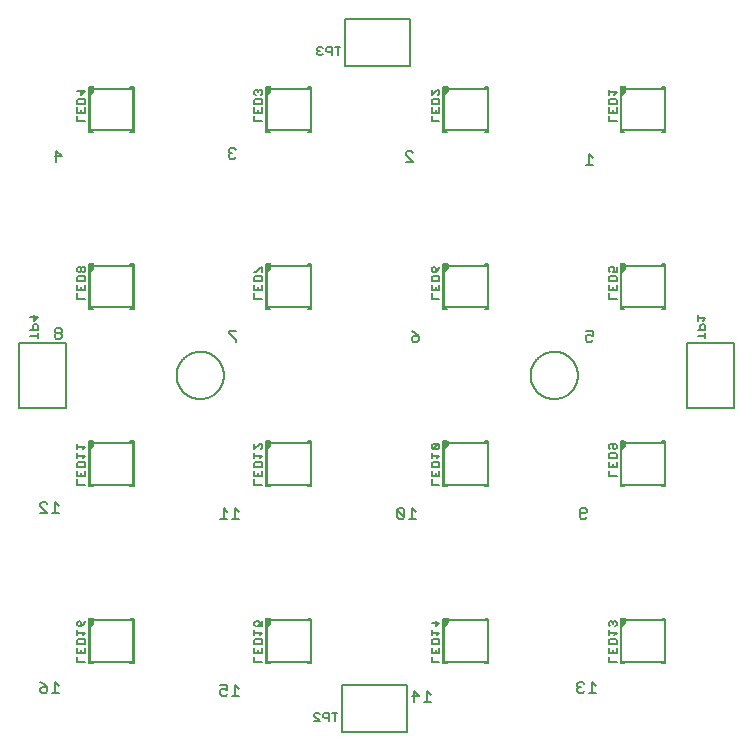
<source format=gbr>
G04 EAGLE Gerber RS-274X export*
G75*
%MOMM*%
%FSLAX34Y34*%
%LPD*%
%INSilkscreen Bottom*%
%IPPOS*%
%AMOC8*
5,1,8,0,0,1.08239X$1,22.5*%
G01*
%ADD10C,0.127000*%
%ADD11C,0.203200*%
%ADD12C,0.152400*%

G36*
X-243943Y235809D02*
X-243943Y235809D01*
X-243919Y235809D01*
X-243837Y235843D01*
X-243752Y235870D01*
X-243731Y235886D01*
X-243712Y235894D01*
X-243674Y235928D01*
X-243602Y235982D01*
X-239792Y239792D01*
X-239767Y239826D01*
X-239736Y239855D01*
X-239713Y239900D01*
X-239689Y239929D01*
X-239683Y239948D01*
X-239663Y239976D01*
X-239653Y240017D01*
X-239633Y240055D01*
X-239623Y240125D01*
X-239617Y240142D01*
X-239618Y240154D01*
X-239608Y240193D01*
X-239610Y240214D01*
X-239606Y240240D01*
X-239606Y244050D01*
X-239617Y244115D01*
X-239619Y244181D01*
X-239637Y244224D01*
X-239645Y244271D01*
X-239679Y244328D01*
X-239704Y244388D01*
X-239735Y244423D01*
X-239760Y244464D01*
X-239811Y244506D01*
X-239855Y244554D01*
X-239897Y244576D01*
X-239934Y244605D01*
X-239996Y244626D01*
X-240055Y244657D01*
X-240109Y244665D01*
X-240146Y244677D01*
X-240186Y244676D01*
X-240240Y244684D01*
X-244050Y244684D01*
X-244115Y244673D01*
X-244181Y244671D01*
X-244224Y244653D01*
X-244271Y244645D01*
X-244328Y244611D01*
X-244388Y244586D01*
X-244423Y244555D01*
X-244464Y244530D01*
X-244506Y244479D01*
X-244554Y244435D01*
X-244576Y244393D01*
X-244605Y244356D01*
X-244626Y244294D01*
X-244657Y244235D01*
X-244665Y244181D01*
X-244677Y244144D01*
X-244677Y244135D01*
X-244676Y244103D01*
X-244684Y244050D01*
X-244684Y236430D01*
X-244668Y236342D01*
X-244659Y236254D01*
X-244649Y236233D01*
X-244645Y236209D01*
X-244599Y236132D01*
X-244560Y236053D01*
X-244543Y236036D01*
X-244530Y236016D01*
X-244461Y235960D01*
X-244397Y235899D01*
X-244375Y235890D01*
X-244356Y235875D01*
X-244272Y235846D01*
X-244190Y235811D01*
X-244166Y235810D01*
X-244144Y235803D01*
X-244055Y235805D01*
X-243966Y235801D01*
X-243943Y235809D01*
G37*
G36*
X-93943Y235809D02*
X-93943Y235809D01*
X-93919Y235809D01*
X-93837Y235843D01*
X-93752Y235870D01*
X-93731Y235886D01*
X-93712Y235894D01*
X-93674Y235928D01*
X-93602Y235982D01*
X-89792Y239792D01*
X-89767Y239826D01*
X-89736Y239855D01*
X-89713Y239900D01*
X-89689Y239929D01*
X-89683Y239948D01*
X-89663Y239976D01*
X-89653Y240017D01*
X-89633Y240055D01*
X-89623Y240125D01*
X-89617Y240142D01*
X-89618Y240154D01*
X-89608Y240193D01*
X-89610Y240214D01*
X-89606Y240240D01*
X-89606Y244050D01*
X-89617Y244115D01*
X-89619Y244181D01*
X-89637Y244224D01*
X-89645Y244271D01*
X-89679Y244328D01*
X-89704Y244388D01*
X-89735Y244423D01*
X-89760Y244464D01*
X-89811Y244506D01*
X-89855Y244554D01*
X-89897Y244576D01*
X-89934Y244605D01*
X-89996Y244626D01*
X-90055Y244657D01*
X-90109Y244665D01*
X-90146Y244677D01*
X-90186Y244676D01*
X-90240Y244684D01*
X-94050Y244684D01*
X-94115Y244673D01*
X-94181Y244671D01*
X-94224Y244653D01*
X-94271Y244645D01*
X-94328Y244611D01*
X-94388Y244586D01*
X-94423Y244555D01*
X-94464Y244530D01*
X-94506Y244479D01*
X-94554Y244435D01*
X-94576Y244393D01*
X-94605Y244356D01*
X-94626Y244294D01*
X-94657Y244235D01*
X-94665Y244181D01*
X-94677Y244144D01*
X-94677Y244135D01*
X-94676Y244103D01*
X-94684Y244050D01*
X-94684Y236430D01*
X-94668Y236342D01*
X-94659Y236254D01*
X-94649Y236233D01*
X-94645Y236209D01*
X-94599Y236132D01*
X-94560Y236053D01*
X-94543Y236036D01*
X-94530Y236016D01*
X-94461Y235960D01*
X-94397Y235899D01*
X-94375Y235890D01*
X-94356Y235875D01*
X-94272Y235846D01*
X-94190Y235811D01*
X-94166Y235810D01*
X-94144Y235803D01*
X-94055Y235805D01*
X-93966Y235801D01*
X-93943Y235809D01*
G37*
G36*
X56057Y235809D02*
X56057Y235809D01*
X56081Y235809D01*
X56163Y235843D01*
X56248Y235870D01*
X56269Y235886D01*
X56288Y235894D01*
X56326Y235928D01*
X56398Y235982D01*
X60208Y239792D01*
X60233Y239826D01*
X60264Y239855D01*
X60287Y239900D01*
X60311Y239929D01*
X60317Y239948D01*
X60337Y239976D01*
X60347Y240017D01*
X60367Y240055D01*
X60377Y240125D01*
X60383Y240142D01*
X60382Y240154D01*
X60393Y240193D01*
X60390Y240214D01*
X60394Y240240D01*
X60394Y244050D01*
X60383Y244115D01*
X60381Y244181D01*
X60363Y244224D01*
X60355Y244271D01*
X60321Y244328D01*
X60296Y244388D01*
X60265Y244423D01*
X60240Y244464D01*
X60189Y244506D01*
X60145Y244554D01*
X60103Y244576D01*
X60066Y244605D01*
X60004Y244626D01*
X59945Y244657D01*
X59891Y244665D01*
X59854Y244677D01*
X59814Y244676D01*
X59760Y244684D01*
X55950Y244684D01*
X55885Y244673D01*
X55819Y244671D01*
X55776Y244653D01*
X55729Y244645D01*
X55672Y244611D01*
X55612Y244586D01*
X55577Y244555D01*
X55536Y244530D01*
X55495Y244479D01*
X55446Y244435D01*
X55424Y244393D01*
X55395Y244356D01*
X55374Y244294D01*
X55343Y244235D01*
X55335Y244181D01*
X55323Y244144D01*
X55323Y244135D01*
X55324Y244103D01*
X55316Y244050D01*
X55316Y236430D01*
X55332Y236342D01*
X55341Y236254D01*
X55351Y236233D01*
X55355Y236209D01*
X55401Y236132D01*
X55440Y236053D01*
X55457Y236036D01*
X55470Y236016D01*
X55539Y235960D01*
X55603Y235899D01*
X55625Y235890D01*
X55644Y235875D01*
X55728Y235846D01*
X55810Y235811D01*
X55834Y235810D01*
X55856Y235803D01*
X55945Y235805D01*
X56034Y235801D01*
X56057Y235809D01*
G37*
G36*
X206057Y235809D02*
X206057Y235809D01*
X206081Y235809D01*
X206163Y235843D01*
X206248Y235870D01*
X206269Y235886D01*
X206288Y235894D01*
X206326Y235928D01*
X206398Y235982D01*
X210208Y239792D01*
X210233Y239826D01*
X210264Y239855D01*
X210287Y239900D01*
X210311Y239929D01*
X210317Y239948D01*
X210337Y239976D01*
X210347Y240017D01*
X210367Y240055D01*
X210377Y240125D01*
X210383Y240142D01*
X210382Y240154D01*
X210393Y240193D01*
X210390Y240214D01*
X210394Y240240D01*
X210394Y244050D01*
X210383Y244115D01*
X210381Y244181D01*
X210363Y244224D01*
X210355Y244271D01*
X210321Y244328D01*
X210296Y244388D01*
X210265Y244423D01*
X210240Y244464D01*
X210189Y244506D01*
X210145Y244554D01*
X210103Y244576D01*
X210066Y244605D01*
X210004Y244626D01*
X209945Y244657D01*
X209891Y244665D01*
X209854Y244677D01*
X209814Y244676D01*
X209760Y244684D01*
X205950Y244684D01*
X205885Y244673D01*
X205819Y244671D01*
X205776Y244653D01*
X205729Y244645D01*
X205672Y244611D01*
X205612Y244586D01*
X205577Y244555D01*
X205536Y244530D01*
X205495Y244479D01*
X205446Y244435D01*
X205424Y244393D01*
X205395Y244356D01*
X205374Y244294D01*
X205343Y244235D01*
X205335Y244181D01*
X205323Y244144D01*
X205323Y244135D01*
X205324Y244103D01*
X205316Y244050D01*
X205316Y236430D01*
X205332Y236342D01*
X205341Y236254D01*
X205351Y236233D01*
X205355Y236209D01*
X205401Y236132D01*
X205440Y236053D01*
X205457Y236036D01*
X205470Y236016D01*
X205539Y235960D01*
X205603Y235899D01*
X205625Y235890D01*
X205644Y235875D01*
X205728Y235846D01*
X205810Y235811D01*
X205834Y235810D01*
X205856Y235803D01*
X205945Y235805D01*
X206034Y235801D01*
X206057Y235809D01*
G37*
G36*
X-243943Y85809D02*
X-243943Y85809D01*
X-243919Y85809D01*
X-243837Y85843D01*
X-243752Y85870D01*
X-243731Y85886D01*
X-243712Y85894D01*
X-243674Y85928D01*
X-243602Y85982D01*
X-239792Y89792D01*
X-239767Y89826D01*
X-239736Y89855D01*
X-239713Y89900D01*
X-239689Y89929D01*
X-239683Y89948D01*
X-239663Y89976D01*
X-239653Y90017D01*
X-239633Y90055D01*
X-239623Y90125D01*
X-239617Y90142D01*
X-239618Y90154D01*
X-239608Y90193D01*
X-239610Y90214D01*
X-239606Y90240D01*
X-239606Y94050D01*
X-239617Y94115D01*
X-239619Y94181D01*
X-239637Y94224D01*
X-239645Y94271D01*
X-239679Y94328D01*
X-239704Y94388D01*
X-239735Y94423D01*
X-239760Y94464D01*
X-239811Y94506D01*
X-239855Y94554D01*
X-239897Y94576D01*
X-239934Y94605D01*
X-239996Y94626D01*
X-240055Y94657D01*
X-240109Y94665D01*
X-240146Y94677D01*
X-240186Y94676D01*
X-240240Y94684D01*
X-244050Y94684D01*
X-244115Y94673D01*
X-244181Y94671D01*
X-244224Y94653D01*
X-244271Y94645D01*
X-244328Y94611D01*
X-244388Y94586D01*
X-244423Y94555D01*
X-244464Y94530D01*
X-244506Y94479D01*
X-244554Y94435D01*
X-244576Y94393D01*
X-244605Y94356D01*
X-244626Y94294D01*
X-244657Y94235D01*
X-244665Y94181D01*
X-244677Y94144D01*
X-244677Y94135D01*
X-244676Y94103D01*
X-244684Y94050D01*
X-244684Y86430D01*
X-244668Y86342D01*
X-244659Y86254D01*
X-244649Y86233D01*
X-244645Y86209D01*
X-244599Y86132D01*
X-244560Y86053D01*
X-244543Y86036D01*
X-244530Y86016D01*
X-244461Y85960D01*
X-244397Y85899D01*
X-244375Y85890D01*
X-244356Y85875D01*
X-244272Y85846D01*
X-244190Y85811D01*
X-244166Y85810D01*
X-244144Y85803D01*
X-244055Y85805D01*
X-243966Y85801D01*
X-243943Y85809D01*
G37*
G36*
X206057Y85809D02*
X206057Y85809D01*
X206081Y85809D01*
X206163Y85843D01*
X206248Y85870D01*
X206269Y85886D01*
X206288Y85894D01*
X206326Y85928D01*
X206398Y85982D01*
X210208Y89792D01*
X210233Y89826D01*
X210264Y89855D01*
X210287Y89900D01*
X210311Y89929D01*
X210317Y89948D01*
X210337Y89976D01*
X210347Y90017D01*
X210367Y90055D01*
X210377Y90125D01*
X210383Y90142D01*
X210382Y90154D01*
X210393Y90193D01*
X210390Y90214D01*
X210394Y90240D01*
X210394Y94050D01*
X210383Y94115D01*
X210381Y94181D01*
X210363Y94224D01*
X210355Y94271D01*
X210321Y94328D01*
X210296Y94388D01*
X210265Y94423D01*
X210240Y94464D01*
X210189Y94506D01*
X210145Y94554D01*
X210103Y94576D01*
X210066Y94605D01*
X210004Y94626D01*
X209945Y94657D01*
X209891Y94665D01*
X209854Y94677D01*
X209814Y94676D01*
X209760Y94684D01*
X205950Y94684D01*
X205885Y94673D01*
X205819Y94671D01*
X205776Y94653D01*
X205729Y94645D01*
X205672Y94611D01*
X205612Y94586D01*
X205577Y94555D01*
X205536Y94530D01*
X205495Y94479D01*
X205446Y94435D01*
X205424Y94393D01*
X205395Y94356D01*
X205374Y94294D01*
X205343Y94235D01*
X205335Y94181D01*
X205323Y94144D01*
X205323Y94135D01*
X205324Y94103D01*
X205316Y94050D01*
X205316Y86430D01*
X205332Y86342D01*
X205341Y86254D01*
X205351Y86233D01*
X205355Y86209D01*
X205401Y86132D01*
X205440Y86053D01*
X205457Y86036D01*
X205470Y86016D01*
X205539Y85960D01*
X205603Y85899D01*
X205625Y85890D01*
X205644Y85875D01*
X205728Y85846D01*
X205810Y85811D01*
X205834Y85810D01*
X205856Y85803D01*
X205945Y85805D01*
X206034Y85801D01*
X206057Y85809D01*
G37*
G36*
X56057Y85809D02*
X56057Y85809D01*
X56081Y85809D01*
X56163Y85843D01*
X56248Y85870D01*
X56269Y85886D01*
X56288Y85894D01*
X56326Y85928D01*
X56398Y85982D01*
X60208Y89792D01*
X60233Y89826D01*
X60264Y89855D01*
X60287Y89900D01*
X60311Y89929D01*
X60317Y89948D01*
X60337Y89976D01*
X60347Y90017D01*
X60367Y90055D01*
X60377Y90125D01*
X60383Y90142D01*
X60382Y90154D01*
X60393Y90193D01*
X60390Y90214D01*
X60394Y90240D01*
X60394Y94050D01*
X60383Y94115D01*
X60381Y94181D01*
X60363Y94224D01*
X60355Y94271D01*
X60321Y94328D01*
X60296Y94388D01*
X60265Y94423D01*
X60240Y94464D01*
X60189Y94506D01*
X60145Y94554D01*
X60103Y94576D01*
X60066Y94605D01*
X60004Y94626D01*
X59945Y94657D01*
X59891Y94665D01*
X59854Y94677D01*
X59814Y94676D01*
X59760Y94684D01*
X55950Y94684D01*
X55885Y94673D01*
X55819Y94671D01*
X55776Y94653D01*
X55729Y94645D01*
X55672Y94611D01*
X55612Y94586D01*
X55577Y94555D01*
X55536Y94530D01*
X55495Y94479D01*
X55446Y94435D01*
X55424Y94393D01*
X55395Y94356D01*
X55374Y94294D01*
X55343Y94235D01*
X55335Y94181D01*
X55323Y94144D01*
X55323Y94135D01*
X55324Y94103D01*
X55316Y94050D01*
X55316Y86430D01*
X55332Y86342D01*
X55341Y86254D01*
X55351Y86233D01*
X55355Y86209D01*
X55401Y86132D01*
X55440Y86053D01*
X55457Y86036D01*
X55470Y86016D01*
X55539Y85960D01*
X55603Y85899D01*
X55625Y85890D01*
X55644Y85875D01*
X55728Y85846D01*
X55810Y85811D01*
X55834Y85810D01*
X55856Y85803D01*
X55945Y85805D01*
X56034Y85801D01*
X56057Y85809D01*
G37*
G36*
X-93943Y85809D02*
X-93943Y85809D01*
X-93919Y85809D01*
X-93837Y85843D01*
X-93752Y85870D01*
X-93731Y85886D01*
X-93712Y85894D01*
X-93674Y85928D01*
X-93602Y85982D01*
X-89792Y89792D01*
X-89767Y89826D01*
X-89736Y89855D01*
X-89713Y89900D01*
X-89689Y89929D01*
X-89683Y89948D01*
X-89663Y89976D01*
X-89653Y90017D01*
X-89633Y90055D01*
X-89623Y90125D01*
X-89617Y90142D01*
X-89618Y90154D01*
X-89608Y90193D01*
X-89610Y90214D01*
X-89606Y90240D01*
X-89606Y94050D01*
X-89617Y94115D01*
X-89619Y94181D01*
X-89637Y94224D01*
X-89645Y94271D01*
X-89679Y94328D01*
X-89704Y94388D01*
X-89735Y94423D01*
X-89760Y94464D01*
X-89811Y94506D01*
X-89855Y94554D01*
X-89897Y94576D01*
X-89934Y94605D01*
X-89996Y94626D01*
X-90055Y94657D01*
X-90109Y94665D01*
X-90146Y94677D01*
X-90186Y94676D01*
X-90240Y94684D01*
X-94050Y94684D01*
X-94115Y94673D01*
X-94181Y94671D01*
X-94224Y94653D01*
X-94271Y94645D01*
X-94328Y94611D01*
X-94388Y94586D01*
X-94423Y94555D01*
X-94464Y94530D01*
X-94506Y94479D01*
X-94554Y94435D01*
X-94576Y94393D01*
X-94605Y94356D01*
X-94626Y94294D01*
X-94657Y94235D01*
X-94665Y94181D01*
X-94677Y94144D01*
X-94677Y94135D01*
X-94676Y94103D01*
X-94684Y94050D01*
X-94684Y86430D01*
X-94668Y86342D01*
X-94659Y86254D01*
X-94649Y86233D01*
X-94645Y86209D01*
X-94599Y86132D01*
X-94560Y86053D01*
X-94543Y86036D01*
X-94530Y86016D01*
X-94461Y85960D01*
X-94397Y85899D01*
X-94375Y85890D01*
X-94356Y85875D01*
X-94272Y85846D01*
X-94190Y85811D01*
X-94166Y85810D01*
X-94144Y85803D01*
X-94055Y85805D01*
X-93966Y85801D01*
X-93943Y85809D01*
G37*
G36*
X-93943Y-64191D02*
X-93943Y-64191D01*
X-93919Y-64191D01*
X-93837Y-64157D01*
X-93752Y-64130D01*
X-93731Y-64114D01*
X-93712Y-64106D01*
X-93674Y-64072D01*
X-93602Y-64018D01*
X-89792Y-60208D01*
X-89767Y-60174D01*
X-89736Y-60145D01*
X-89713Y-60100D01*
X-89689Y-60071D01*
X-89683Y-60052D01*
X-89663Y-60024D01*
X-89653Y-59983D01*
X-89633Y-59945D01*
X-89623Y-59875D01*
X-89617Y-59858D01*
X-89618Y-59846D01*
X-89608Y-59807D01*
X-89610Y-59786D01*
X-89606Y-59760D01*
X-89606Y-55950D01*
X-89617Y-55885D01*
X-89619Y-55819D01*
X-89637Y-55776D01*
X-89645Y-55729D01*
X-89679Y-55672D01*
X-89704Y-55612D01*
X-89735Y-55577D01*
X-89760Y-55536D01*
X-89811Y-55495D01*
X-89855Y-55446D01*
X-89897Y-55424D01*
X-89934Y-55395D01*
X-89996Y-55374D01*
X-90055Y-55343D01*
X-90109Y-55335D01*
X-90146Y-55323D01*
X-90186Y-55324D01*
X-90240Y-55316D01*
X-94050Y-55316D01*
X-94115Y-55327D01*
X-94181Y-55329D01*
X-94224Y-55347D01*
X-94271Y-55355D01*
X-94328Y-55389D01*
X-94388Y-55414D01*
X-94423Y-55445D01*
X-94464Y-55470D01*
X-94506Y-55521D01*
X-94554Y-55565D01*
X-94576Y-55607D01*
X-94605Y-55644D01*
X-94626Y-55706D01*
X-94657Y-55765D01*
X-94665Y-55819D01*
X-94677Y-55856D01*
X-94677Y-55865D01*
X-94676Y-55897D01*
X-94684Y-55950D01*
X-94684Y-63570D01*
X-94668Y-63658D01*
X-94659Y-63746D01*
X-94649Y-63767D01*
X-94645Y-63791D01*
X-94599Y-63868D01*
X-94560Y-63947D01*
X-94543Y-63964D01*
X-94530Y-63984D01*
X-94461Y-64040D01*
X-94397Y-64101D01*
X-94375Y-64110D01*
X-94356Y-64125D01*
X-94272Y-64154D01*
X-94190Y-64189D01*
X-94166Y-64190D01*
X-94144Y-64197D01*
X-94055Y-64195D01*
X-93966Y-64199D01*
X-93943Y-64191D01*
G37*
G36*
X-243943Y-64191D02*
X-243943Y-64191D01*
X-243919Y-64191D01*
X-243837Y-64157D01*
X-243752Y-64130D01*
X-243731Y-64114D01*
X-243712Y-64106D01*
X-243674Y-64072D01*
X-243602Y-64018D01*
X-239792Y-60208D01*
X-239767Y-60174D01*
X-239736Y-60145D01*
X-239713Y-60100D01*
X-239689Y-60071D01*
X-239683Y-60052D01*
X-239663Y-60024D01*
X-239653Y-59983D01*
X-239633Y-59945D01*
X-239623Y-59875D01*
X-239617Y-59858D01*
X-239618Y-59846D01*
X-239608Y-59807D01*
X-239610Y-59786D01*
X-239606Y-59760D01*
X-239606Y-55950D01*
X-239617Y-55885D01*
X-239619Y-55819D01*
X-239637Y-55776D01*
X-239645Y-55729D01*
X-239679Y-55672D01*
X-239704Y-55612D01*
X-239735Y-55577D01*
X-239760Y-55536D01*
X-239811Y-55495D01*
X-239855Y-55446D01*
X-239897Y-55424D01*
X-239934Y-55395D01*
X-239996Y-55374D01*
X-240055Y-55343D01*
X-240109Y-55335D01*
X-240146Y-55323D01*
X-240186Y-55324D01*
X-240240Y-55316D01*
X-244050Y-55316D01*
X-244115Y-55327D01*
X-244181Y-55329D01*
X-244224Y-55347D01*
X-244271Y-55355D01*
X-244328Y-55389D01*
X-244388Y-55414D01*
X-244423Y-55445D01*
X-244464Y-55470D01*
X-244506Y-55521D01*
X-244554Y-55565D01*
X-244576Y-55607D01*
X-244605Y-55644D01*
X-244626Y-55706D01*
X-244657Y-55765D01*
X-244665Y-55819D01*
X-244677Y-55856D01*
X-244677Y-55865D01*
X-244676Y-55897D01*
X-244684Y-55950D01*
X-244684Y-63570D01*
X-244668Y-63658D01*
X-244659Y-63746D01*
X-244649Y-63767D01*
X-244645Y-63791D01*
X-244599Y-63868D01*
X-244560Y-63947D01*
X-244543Y-63964D01*
X-244530Y-63984D01*
X-244461Y-64040D01*
X-244397Y-64101D01*
X-244375Y-64110D01*
X-244356Y-64125D01*
X-244272Y-64154D01*
X-244190Y-64189D01*
X-244166Y-64190D01*
X-244144Y-64197D01*
X-244055Y-64195D01*
X-243966Y-64199D01*
X-243943Y-64191D01*
G37*
G36*
X206057Y-64191D02*
X206057Y-64191D01*
X206081Y-64191D01*
X206163Y-64157D01*
X206248Y-64130D01*
X206269Y-64114D01*
X206288Y-64106D01*
X206326Y-64072D01*
X206398Y-64018D01*
X210208Y-60208D01*
X210233Y-60174D01*
X210264Y-60145D01*
X210287Y-60100D01*
X210311Y-60071D01*
X210317Y-60052D01*
X210337Y-60024D01*
X210347Y-59983D01*
X210367Y-59945D01*
X210377Y-59875D01*
X210383Y-59858D01*
X210382Y-59846D01*
X210393Y-59807D01*
X210390Y-59786D01*
X210394Y-59760D01*
X210394Y-55950D01*
X210383Y-55885D01*
X210381Y-55819D01*
X210363Y-55776D01*
X210355Y-55729D01*
X210321Y-55672D01*
X210296Y-55612D01*
X210265Y-55577D01*
X210240Y-55536D01*
X210189Y-55495D01*
X210145Y-55446D01*
X210103Y-55424D01*
X210066Y-55395D01*
X210004Y-55374D01*
X209945Y-55343D01*
X209891Y-55335D01*
X209854Y-55323D01*
X209814Y-55324D01*
X209760Y-55316D01*
X205950Y-55316D01*
X205885Y-55327D01*
X205819Y-55329D01*
X205776Y-55347D01*
X205729Y-55355D01*
X205672Y-55389D01*
X205612Y-55414D01*
X205577Y-55445D01*
X205536Y-55470D01*
X205495Y-55521D01*
X205446Y-55565D01*
X205424Y-55607D01*
X205395Y-55644D01*
X205374Y-55706D01*
X205343Y-55765D01*
X205335Y-55819D01*
X205323Y-55856D01*
X205323Y-55865D01*
X205324Y-55897D01*
X205316Y-55950D01*
X205316Y-63570D01*
X205332Y-63658D01*
X205341Y-63746D01*
X205351Y-63767D01*
X205355Y-63791D01*
X205401Y-63868D01*
X205440Y-63947D01*
X205457Y-63964D01*
X205470Y-63984D01*
X205539Y-64040D01*
X205603Y-64101D01*
X205625Y-64110D01*
X205644Y-64125D01*
X205728Y-64154D01*
X205810Y-64189D01*
X205834Y-64190D01*
X205856Y-64197D01*
X205945Y-64195D01*
X206034Y-64199D01*
X206057Y-64191D01*
G37*
G36*
X56057Y-64191D02*
X56057Y-64191D01*
X56081Y-64191D01*
X56163Y-64157D01*
X56248Y-64130D01*
X56269Y-64114D01*
X56288Y-64106D01*
X56326Y-64072D01*
X56398Y-64018D01*
X60208Y-60208D01*
X60233Y-60174D01*
X60264Y-60145D01*
X60287Y-60100D01*
X60311Y-60071D01*
X60317Y-60052D01*
X60337Y-60024D01*
X60347Y-59983D01*
X60367Y-59945D01*
X60377Y-59875D01*
X60383Y-59858D01*
X60382Y-59846D01*
X60393Y-59807D01*
X60390Y-59786D01*
X60394Y-59760D01*
X60394Y-55950D01*
X60383Y-55885D01*
X60381Y-55819D01*
X60363Y-55776D01*
X60355Y-55729D01*
X60321Y-55672D01*
X60296Y-55612D01*
X60265Y-55577D01*
X60240Y-55536D01*
X60189Y-55495D01*
X60145Y-55446D01*
X60103Y-55424D01*
X60066Y-55395D01*
X60004Y-55374D01*
X59945Y-55343D01*
X59891Y-55335D01*
X59854Y-55323D01*
X59814Y-55324D01*
X59760Y-55316D01*
X55950Y-55316D01*
X55885Y-55327D01*
X55819Y-55329D01*
X55776Y-55347D01*
X55729Y-55355D01*
X55672Y-55389D01*
X55612Y-55414D01*
X55577Y-55445D01*
X55536Y-55470D01*
X55495Y-55521D01*
X55446Y-55565D01*
X55424Y-55607D01*
X55395Y-55644D01*
X55374Y-55706D01*
X55343Y-55765D01*
X55335Y-55819D01*
X55323Y-55856D01*
X55323Y-55865D01*
X55324Y-55897D01*
X55316Y-55950D01*
X55316Y-63570D01*
X55332Y-63658D01*
X55341Y-63746D01*
X55351Y-63767D01*
X55355Y-63791D01*
X55401Y-63868D01*
X55440Y-63947D01*
X55457Y-63964D01*
X55470Y-63984D01*
X55539Y-64040D01*
X55603Y-64101D01*
X55625Y-64110D01*
X55644Y-64125D01*
X55728Y-64154D01*
X55810Y-64189D01*
X55834Y-64190D01*
X55856Y-64197D01*
X55945Y-64195D01*
X56034Y-64199D01*
X56057Y-64191D01*
G37*
G36*
X-243943Y-214191D02*
X-243943Y-214191D01*
X-243919Y-214191D01*
X-243837Y-214157D01*
X-243752Y-214130D01*
X-243731Y-214114D01*
X-243712Y-214106D01*
X-243674Y-214072D01*
X-243602Y-214018D01*
X-239792Y-210208D01*
X-239767Y-210174D01*
X-239736Y-210145D01*
X-239713Y-210100D01*
X-239689Y-210071D01*
X-239683Y-210052D01*
X-239663Y-210024D01*
X-239653Y-209983D01*
X-239633Y-209945D01*
X-239623Y-209875D01*
X-239617Y-209858D01*
X-239618Y-209846D01*
X-239608Y-209807D01*
X-239610Y-209786D01*
X-239606Y-209760D01*
X-239606Y-205950D01*
X-239617Y-205885D01*
X-239619Y-205819D01*
X-239637Y-205776D01*
X-239645Y-205729D01*
X-239679Y-205672D01*
X-239704Y-205612D01*
X-239735Y-205577D01*
X-239760Y-205536D01*
X-239811Y-205495D01*
X-239855Y-205446D01*
X-239897Y-205424D01*
X-239934Y-205395D01*
X-239996Y-205374D01*
X-240055Y-205343D01*
X-240109Y-205335D01*
X-240146Y-205323D01*
X-240186Y-205324D01*
X-240240Y-205316D01*
X-244050Y-205316D01*
X-244115Y-205327D01*
X-244181Y-205329D01*
X-244224Y-205347D01*
X-244271Y-205355D01*
X-244328Y-205389D01*
X-244388Y-205414D01*
X-244423Y-205445D01*
X-244464Y-205470D01*
X-244506Y-205521D01*
X-244554Y-205565D01*
X-244576Y-205607D01*
X-244605Y-205644D01*
X-244626Y-205706D01*
X-244657Y-205765D01*
X-244665Y-205819D01*
X-244677Y-205856D01*
X-244677Y-205865D01*
X-244676Y-205897D01*
X-244684Y-205950D01*
X-244684Y-213570D01*
X-244668Y-213658D01*
X-244659Y-213746D01*
X-244649Y-213767D01*
X-244645Y-213791D01*
X-244599Y-213868D01*
X-244560Y-213947D01*
X-244543Y-213964D01*
X-244530Y-213984D01*
X-244461Y-214040D01*
X-244397Y-214101D01*
X-244375Y-214110D01*
X-244356Y-214125D01*
X-244272Y-214154D01*
X-244190Y-214189D01*
X-244166Y-214190D01*
X-244144Y-214197D01*
X-244055Y-214195D01*
X-243966Y-214199D01*
X-243943Y-214191D01*
G37*
G36*
X-93943Y-214191D02*
X-93943Y-214191D01*
X-93919Y-214191D01*
X-93837Y-214157D01*
X-93752Y-214130D01*
X-93731Y-214114D01*
X-93712Y-214106D01*
X-93674Y-214072D01*
X-93602Y-214018D01*
X-89792Y-210208D01*
X-89767Y-210174D01*
X-89736Y-210145D01*
X-89713Y-210100D01*
X-89689Y-210071D01*
X-89683Y-210052D01*
X-89663Y-210024D01*
X-89653Y-209983D01*
X-89633Y-209945D01*
X-89623Y-209875D01*
X-89617Y-209858D01*
X-89618Y-209846D01*
X-89608Y-209807D01*
X-89610Y-209786D01*
X-89606Y-209760D01*
X-89606Y-205950D01*
X-89617Y-205885D01*
X-89619Y-205819D01*
X-89637Y-205776D01*
X-89645Y-205729D01*
X-89679Y-205672D01*
X-89704Y-205612D01*
X-89735Y-205577D01*
X-89760Y-205536D01*
X-89811Y-205495D01*
X-89855Y-205446D01*
X-89897Y-205424D01*
X-89934Y-205395D01*
X-89996Y-205374D01*
X-90055Y-205343D01*
X-90109Y-205335D01*
X-90146Y-205323D01*
X-90186Y-205324D01*
X-90240Y-205316D01*
X-94050Y-205316D01*
X-94115Y-205327D01*
X-94181Y-205329D01*
X-94224Y-205347D01*
X-94271Y-205355D01*
X-94328Y-205389D01*
X-94388Y-205414D01*
X-94423Y-205445D01*
X-94464Y-205470D01*
X-94506Y-205521D01*
X-94554Y-205565D01*
X-94576Y-205607D01*
X-94605Y-205644D01*
X-94626Y-205706D01*
X-94657Y-205765D01*
X-94665Y-205819D01*
X-94677Y-205856D01*
X-94677Y-205865D01*
X-94676Y-205897D01*
X-94684Y-205950D01*
X-94684Y-213570D01*
X-94668Y-213658D01*
X-94659Y-213746D01*
X-94649Y-213767D01*
X-94645Y-213791D01*
X-94599Y-213868D01*
X-94560Y-213947D01*
X-94543Y-213964D01*
X-94530Y-213984D01*
X-94461Y-214040D01*
X-94397Y-214101D01*
X-94375Y-214110D01*
X-94356Y-214125D01*
X-94272Y-214154D01*
X-94190Y-214189D01*
X-94166Y-214190D01*
X-94144Y-214197D01*
X-94055Y-214195D01*
X-93966Y-214199D01*
X-93943Y-214191D01*
G37*
G36*
X56057Y-214191D02*
X56057Y-214191D01*
X56081Y-214191D01*
X56163Y-214157D01*
X56248Y-214130D01*
X56269Y-214114D01*
X56288Y-214106D01*
X56326Y-214072D01*
X56398Y-214018D01*
X60208Y-210208D01*
X60233Y-210174D01*
X60264Y-210145D01*
X60287Y-210100D01*
X60311Y-210071D01*
X60317Y-210052D01*
X60337Y-210024D01*
X60347Y-209983D01*
X60367Y-209945D01*
X60377Y-209875D01*
X60383Y-209858D01*
X60382Y-209846D01*
X60393Y-209807D01*
X60390Y-209786D01*
X60394Y-209760D01*
X60394Y-205950D01*
X60383Y-205885D01*
X60381Y-205819D01*
X60363Y-205776D01*
X60355Y-205729D01*
X60321Y-205672D01*
X60296Y-205612D01*
X60265Y-205577D01*
X60240Y-205536D01*
X60189Y-205495D01*
X60145Y-205446D01*
X60103Y-205424D01*
X60066Y-205395D01*
X60004Y-205374D01*
X59945Y-205343D01*
X59891Y-205335D01*
X59854Y-205323D01*
X59814Y-205324D01*
X59760Y-205316D01*
X55950Y-205316D01*
X55885Y-205327D01*
X55819Y-205329D01*
X55776Y-205347D01*
X55729Y-205355D01*
X55672Y-205389D01*
X55612Y-205414D01*
X55577Y-205445D01*
X55536Y-205470D01*
X55495Y-205521D01*
X55446Y-205565D01*
X55424Y-205607D01*
X55395Y-205644D01*
X55374Y-205706D01*
X55343Y-205765D01*
X55335Y-205819D01*
X55323Y-205856D01*
X55323Y-205865D01*
X55324Y-205897D01*
X55316Y-205950D01*
X55316Y-213570D01*
X55332Y-213658D01*
X55341Y-213746D01*
X55351Y-213767D01*
X55355Y-213791D01*
X55401Y-213868D01*
X55440Y-213947D01*
X55457Y-213964D01*
X55470Y-213984D01*
X55539Y-214040D01*
X55603Y-214101D01*
X55625Y-214110D01*
X55644Y-214125D01*
X55728Y-214154D01*
X55810Y-214189D01*
X55834Y-214190D01*
X55856Y-214197D01*
X55945Y-214195D01*
X56034Y-214199D01*
X56057Y-214191D01*
G37*
G36*
X206057Y-214191D02*
X206057Y-214191D01*
X206081Y-214191D01*
X206163Y-214157D01*
X206248Y-214130D01*
X206269Y-214114D01*
X206288Y-214106D01*
X206326Y-214072D01*
X206398Y-214018D01*
X210208Y-210208D01*
X210233Y-210174D01*
X210264Y-210145D01*
X210287Y-210100D01*
X210311Y-210071D01*
X210317Y-210052D01*
X210337Y-210024D01*
X210347Y-209983D01*
X210367Y-209945D01*
X210377Y-209875D01*
X210383Y-209858D01*
X210382Y-209846D01*
X210393Y-209807D01*
X210390Y-209786D01*
X210394Y-209760D01*
X210394Y-205950D01*
X210383Y-205885D01*
X210381Y-205819D01*
X210363Y-205776D01*
X210355Y-205729D01*
X210321Y-205672D01*
X210296Y-205612D01*
X210265Y-205577D01*
X210240Y-205536D01*
X210189Y-205495D01*
X210145Y-205446D01*
X210103Y-205424D01*
X210066Y-205395D01*
X210004Y-205374D01*
X209945Y-205343D01*
X209891Y-205335D01*
X209854Y-205323D01*
X209814Y-205324D01*
X209760Y-205316D01*
X205950Y-205316D01*
X205885Y-205327D01*
X205819Y-205329D01*
X205776Y-205347D01*
X205729Y-205355D01*
X205672Y-205389D01*
X205612Y-205414D01*
X205577Y-205445D01*
X205536Y-205470D01*
X205495Y-205521D01*
X205446Y-205565D01*
X205424Y-205607D01*
X205395Y-205644D01*
X205374Y-205706D01*
X205343Y-205765D01*
X205335Y-205819D01*
X205323Y-205856D01*
X205323Y-205865D01*
X205324Y-205897D01*
X205316Y-205950D01*
X205316Y-213570D01*
X205332Y-213658D01*
X205341Y-213746D01*
X205351Y-213767D01*
X205355Y-213791D01*
X205401Y-213868D01*
X205440Y-213947D01*
X205457Y-213964D01*
X205470Y-213984D01*
X205539Y-214040D01*
X205603Y-214101D01*
X205625Y-214110D01*
X205644Y-214125D01*
X205728Y-214154D01*
X205810Y-214189D01*
X205834Y-214190D01*
X205856Y-214197D01*
X205945Y-214195D01*
X206034Y-214199D01*
X206057Y-214191D01*
G37*
D10*
X182245Y184367D02*
X179279Y187333D01*
X179279Y178435D01*
X182245Y178435D02*
X176313Y178435D01*
X29845Y180975D02*
X23913Y180975D01*
X29845Y180975D02*
X23913Y186907D01*
X23913Y188390D01*
X25396Y189873D01*
X28362Y189873D01*
X29845Y188390D01*
X-120015Y190930D02*
X-121498Y192413D01*
X-124464Y192413D01*
X-125947Y190930D01*
X-125947Y189447D01*
X-124464Y187964D01*
X-122981Y187964D01*
X-124464Y187964D02*
X-125947Y186481D01*
X-125947Y184998D01*
X-124464Y183515D01*
X-121498Y183515D01*
X-120015Y184998D01*
X-271784Y180975D02*
X-271784Y189873D01*
X-267335Y185424D01*
X-273267Y185424D01*
X176313Y37473D02*
X182245Y37473D01*
X182245Y33024D01*
X179279Y34507D01*
X177796Y34507D01*
X176313Y33024D01*
X176313Y30058D01*
X177796Y28575D01*
X180762Y28575D01*
X182245Y30058D01*
X31959Y35990D02*
X28993Y37473D01*
X31959Y35990D02*
X34925Y33024D01*
X34925Y30058D01*
X33442Y28575D01*
X30476Y28575D01*
X28993Y30058D01*
X28993Y31541D01*
X30476Y33024D01*
X34925Y33024D01*
X-120015Y37473D02*
X-125947Y37473D01*
X-125947Y35990D01*
X-120015Y30058D01*
X-120015Y28575D01*
X-267335Y38530D02*
X-268818Y40013D01*
X-271784Y40013D01*
X-273267Y38530D01*
X-273267Y37047D01*
X-271784Y35564D01*
X-273267Y34081D01*
X-273267Y32598D01*
X-271784Y31115D01*
X-268818Y31115D01*
X-267335Y32598D01*
X-267335Y34081D01*
X-268818Y35564D01*
X-267335Y37047D01*
X-267335Y38530D01*
X-268818Y35564D02*
X-271784Y35564D01*
X175682Y-121285D02*
X177165Y-119802D01*
X175682Y-121285D02*
X172716Y-121285D01*
X171233Y-119802D01*
X171233Y-113870D01*
X172716Y-112387D01*
X175682Y-112387D01*
X177165Y-113870D01*
X177165Y-115353D01*
X175682Y-116836D01*
X171233Y-116836D01*
X32385Y-115353D02*
X29419Y-112387D01*
X29419Y-121285D01*
X32385Y-121285D02*
X26453Y-121285D01*
X23030Y-119802D02*
X23030Y-113870D01*
X21547Y-112387D01*
X18581Y-112387D01*
X17098Y-113870D01*
X17098Y-119802D01*
X18581Y-121285D01*
X21547Y-121285D01*
X23030Y-119802D01*
X17098Y-113870D01*
X-117475Y-115353D02*
X-120441Y-112387D01*
X-120441Y-121285D01*
X-117475Y-121285D02*
X-123407Y-121285D01*
X-126830Y-115353D02*
X-129796Y-112387D01*
X-129796Y-121285D01*
X-126830Y-121285D02*
X-132762Y-121285D01*
X-269875Y-110273D02*
X-272841Y-107307D01*
X-272841Y-116205D01*
X-269875Y-116205D02*
X-275807Y-116205D01*
X-279230Y-116205D02*
X-285162Y-116205D01*
X-279230Y-116205D02*
X-285162Y-110273D01*
X-285162Y-108790D01*
X-283679Y-107307D01*
X-280713Y-107307D01*
X-279230Y-108790D01*
X181819Y-259707D02*
X184785Y-262673D01*
X181819Y-259707D02*
X181819Y-268605D01*
X184785Y-268605D02*
X178853Y-268605D01*
X175430Y-261190D02*
X173947Y-259707D01*
X170981Y-259707D01*
X169498Y-261190D01*
X169498Y-262673D01*
X170981Y-264156D01*
X172464Y-264156D01*
X170981Y-264156D02*
X169498Y-265639D01*
X169498Y-267122D01*
X170981Y-268605D01*
X173947Y-268605D01*
X175430Y-267122D01*
X45085Y-270293D02*
X42119Y-267327D01*
X42119Y-276225D01*
X45085Y-276225D02*
X39153Y-276225D01*
X31281Y-276225D02*
X31281Y-267327D01*
X35730Y-271776D01*
X29798Y-271776D01*
X-117475Y-265213D02*
X-120441Y-262247D01*
X-120441Y-271145D01*
X-117475Y-271145D02*
X-123407Y-271145D01*
X-126830Y-262247D02*
X-132762Y-262247D01*
X-126830Y-262247D02*
X-126830Y-266696D01*
X-129796Y-265213D01*
X-131279Y-265213D01*
X-132762Y-266696D01*
X-132762Y-269662D01*
X-131279Y-271145D01*
X-128313Y-271145D01*
X-126830Y-269662D01*
X-269875Y-262673D02*
X-272841Y-259707D01*
X-272841Y-268605D01*
X-269875Y-268605D02*
X-275807Y-268605D01*
X-282196Y-261190D02*
X-285162Y-259707D01*
X-282196Y-261190D02*
X-279230Y-264156D01*
X-279230Y-267122D01*
X-280713Y-268605D01*
X-283679Y-268605D01*
X-285162Y-267122D01*
X-285162Y-265639D01*
X-283679Y-264156D01*
X-279230Y-264156D01*
D11*
X129860Y0D02*
X129866Y491D01*
X129884Y981D01*
X129914Y1471D01*
X129956Y1960D01*
X130010Y2448D01*
X130076Y2935D01*
X130154Y3419D01*
X130244Y3902D01*
X130346Y4382D01*
X130459Y4860D01*
X130584Y5334D01*
X130721Y5806D01*
X130869Y6274D01*
X131029Y6738D01*
X131200Y7198D01*
X131382Y7654D01*
X131576Y8105D01*
X131780Y8551D01*
X131996Y8992D01*
X132222Y9428D01*
X132458Y9858D01*
X132705Y10282D01*
X132963Y10700D01*
X133231Y11111D01*
X133508Y11516D01*
X133796Y11914D01*
X134093Y12305D01*
X134400Y12688D01*
X134716Y13063D01*
X135041Y13431D01*
X135375Y13791D01*
X135718Y14142D01*
X136069Y14485D01*
X136429Y14819D01*
X136797Y15144D01*
X137172Y15460D01*
X137555Y15767D01*
X137946Y16064D01*
X138344Y16352D01*
X138749Y16629D01*
X139160Y16897D01*
X139578Y17155D01*
X140002Y17402D01*
X140432Y17638D01*
X140868Y17864D01*
X141309Y18080D01*
X141755Y18284D01*
X142206Y18478D01*
X142662Y18660D01*
X143122Y18831D01*
X143586Y18991D01*
X144054Y19139D01*
X144526Y19276D01*
X145000Y19401D01*
X145478Y19514D01*
X145958Y19616D01*
X146441Y19706D01*
X146925Y19784D01*
X147412Y19850D01*
X147900Y19904D01*
X148389Y19946D01*
X148879Y19976D01*
X149369Y19994D01*
X149860Y20000D01*
X150351Y19994D01*
X150841Y19976D01*
X151331Y19946D01*
X151820Y19904D01*
X152308Y19850D01*
X152795Y19784D01*
X153279Y19706D01*
X153762Y19616D01*
X154242Y19514D01*
X154720Y19401D01*
X155194Y19276D01*
X155666Y19139D01*
X156134Y18991D01*
X156598Y18831D01*
X157058Y18660D01*
X157514Y18478D01*
X157965Y18284D01*
X158411Y18080D01*
X158852Y17864D01*
X159288Y17638D01*
X159718Y17402D01*
X160142Y17155D01*
X160560Y16897D01*
X160971Y16629D01*
X161376Y16352D01*
X161774Y16064D01*
X162165Y15767D01*
X162548Y15460D01*
X162923Y15144D01*
X163291Y14819D01*
X163651Y14485D01*
X164002Y14142D01*
X164345Y13791D01*
X164679Y13431D01*
X165004Y13063D01*
X165320Y12688D01*
X165627Y12305D01*
X165924Y11914D01*
X166212Y11516D01*
X166489Y11111D01*
X166757Y10700D01*
X167015Y10282D01*
X167262Y9858D01*
X167498Y9428D01*
X167724Y8992D01*
X167940Y8551D01*
X168144Y8105D01*
X168338Y7654D01*
X168520Y7198D01*
X168691Y6738D01*
X168851Y6274D01*
X168999Y5806D01*
X169136Y5334D01*
X169261Y4860D01*
X169374Y4382D01*
X169476Y3902D01*
X169566Y3419D01*
X169644Y2935D01*
X169710Y2448D01*
X169764Y1960D01*
X169806Y1471D01*
X169836Y981D01*
X169854Y491D01*
X169860Y0D01*
X169854Y-491D01*
X169836Y-981D01*
X169806Y-1471D01*
X169764Y-1960D01*
X169710Y-2448D01*
X169644Y-2935D01*
X169566Y-3419D01*
X169476Y-3902D01*
X169374Y-4382D01*
X169261Y-4860D01*
X169136Y-5334D01*
X168999Y-5806D01*
X168851Y-6274D01*
X168691Y-6738D01*
X168520Y-7198D01*
X168338Y-7654D01*
X168144Y-8105D01*
X167940Y-8551D01*
X167724Y-8992D01*
X167498Y-9428D01*
X167262Y-9858D01*
X167015Y-10282D01*
X166757Y-10700D01*
X166489Y-11111D01*
X166212Y-11516D01*
X165924Y-11914D01*
X165627Y-12305D01*
X165320Y-12688D01*
X165004Y-13063D01*
X164679Y-13431D01*
X164345Y-13791D01*
X164002Y-14142D01*
X163651Y-14485D01*
X163291Y-14819D01*
X162923Y-15144D01*
X162548Y-15460D01*
X162165Y-15767D01*
X161774Y-16064D01*
X161376Y-16352D01*
X160971Y-16629D01*
X160560Y-16897D01*
X160142Y-17155D01*
X159718Y-17402D01*
X159288Y-17638D01*
X158852Y-17864D01*
X158411Y-18080D01*
X157965Y-18284D01*
X157514Y-18478D01*
X157058Y-18660D01*
X156598Y-18831D01*
X156134Y-18991D01*
X155666Y-19139D01*
X155194Y-19276D01*
X154720Y-19401D01*
X154242Y-19514D01*
X153762Y-19616D01*
X153279Y-19706D01*
X152795Y-19784D01*
X152308Y-19850D01*
X151820Y-19904D01*
X151331Y-19946D01*
X150841Y-19976D01*
X150351Y-19994D01*
X149860Y-20000D01*
X149369Y-19994D01*
X148879Y-19976D01*
X148389Y-19946D01*
X147900Y-19904D01*
X147412Y-19850D01*
X146925Y-19784D01*
X146441Y-19706D01*
X145958Y-19616D01*
X145478Y-19514D01*
X145000Y-19401D01*
X144526Y-19276D01*
X144054Y-19139D01*
X143586Y-18991D01*
X143122Y-18831D01*
X142662Y-18660D01*
X142206Y-18478D01*
X141755Y-18284D01*
X141309Y-18080D01*
X140868Y-17864D01*
X140432Y-17638D01*
X140002Y-17402D01*
X139578Y-17155D01*
X139160Y-16897D01*
X138749Y-16629D01*
X138344Y-16352D01*
X137946Y-16064D01*
X137555Y-15767D01*
X137172Y-15460D01*
X136797Y-15144D01*
X136429Y-14819D01*
X136069Y-14485D01*
X135718Y-14142D01*
X135375Y-13791D01*
X135041Y-13431D01*
X134716Y-13063D01*
X134400Y-12688D01*
X134093Y-12305D01*
X133796Y-11914D01*
X133508Y-11516D01*
X133231Y-11111D01*
X132963Y-10700D01*
X132705Y-10282D01*
X132458Y-9858D01*
X132222Y-9428D01*
X131996Y-8992D01*
X131780Y-8551D01*
X131576Y-8105D01*
X131382Y-7654D01*
X131200Y-7198D01*
X131029Y-6738D01*
X130869Y-6274D01*
X130721Y-5806D01*
X130584Y-5334D01*
X130459Y-4860D01*
X130346Y-4382D01*
X130244Y-3902D01*
X130154Y-3419D01*
X130076Y-2935D01*
X130010Y-2448D01*
X129956Y-1960D01*
X129914Y-1471D01*
X129884Y-981D01*
X129866Y-491D01*
X129860Y0D01*
X-169860Y0D02*
X-169854Y491D01*
X-169836Y981D01*
X-169806Y1471D01*
X-169764Y1960D01*
X-169710Y2448D01*
X-169644Y2935D01*
X-169566Y3419D01*
X-169476Y3902D01*
X-169374Y4382D01*
X-169261Y4860D01*
X-169136Y5334D01*
X-168999Y5806D01*
X-168851Y6274D01*
X-168691Y6738D01*
X-168520Y7198D01*
X-168338Y7654D01*
X-168144Y8105D01*
X-167940Y8551D01*
X-167724Y8992D01*
X-167498Y9428D01*
X-167262Y9858D01*
X-167015Y10282D01*
X-166757Y10700D01*
X-166489Y11111D01*
X-166212Y11516D01*
X-165924Y11914D01*
X-165627Y12305D01*
X-165320Y12688D01*
X-165004Y13063D01*
X-164679Y13431D01*
X-164345Y13791D01*
X-164002Y14142D01*
X-163651Y14485D01*
X-163291Y14819D01*
X-162923Y15144D01*
X-162548Y15460D01*
X-162165Y15767D01*
X-161774Y16064D01*
X-161376Y16352D01*
X-160971Y16629D01*
X-160560Y16897D01*
X-160142Y17155D01*
X-159718Y17402D01*
X-159288Y17638D01*
X-158852Y17864D01*
X-158411Y18080D01*
X-157965Y18284D01*
X-157514Y18478D01*
X-157058Y18660D01*
X-156598Y18831D01*
X-156134Y18991D01*
X-155666Y19139D01*
X-155194Y19276D01*
X-154720Y19401D01*
X-154242Y19514D01*
X-153762Y19616D01*
X-153279Y19706D01*
X-152795Y19784D01*
X-152308Y19850D01*
X-151820Y19904D01*
X-151331Y19946D01*
X-150841Y19976D01*
X-150351Y19994D01*
X-149860Y20000D01*
X-149369Y19994D01*
X-148879Y19976D01*
X-148389Y19946D01*
X-147900Y19904D01*
X-147412Y19850D01*
X-146925Y19784D01*
X-146441Y19706D01*
X-145958Y19616D01*
X-145478Y19514D01*
X-145000Y19401D01*
X-144526Y19276D01*
X-144054Y19139D01*
X-143586Y18991D01*
X-143122Y18831D01*
X-142662Y18660D01*
X-142206Y18478D01*
X-141755Y18284D01*
X-141309Y18080D01*
X-140868Y17864D01*
X-140432Y17638D01*
X-140002Y17402D01*
X-139578Y17155D01*
X-139160Y16897D01*
X-138749Y16629D01*
X-138344Y16352D01*
X-137946Y16064D01*
X-137555Y15767D01*
X-137172Y15460D01*
X-136797Y15144D01*
X-136429Y14819D01*
X-136069Y14485D01*
X-135718Y14142D01*
X-135375Y13791D01*
X-135041Y13431D01*
X-134716Y13063D01*
X-134400Y12688D01*
X-134093Y12305D01*
X-133796Y11914D01*
X-133508Y11516D01*
X-133231Y11111D01*
X-132963Y10700D01*
X-132705Y10282D01*
X-132458Y9858D01*
X-132222Y9428D01*
X-131996Y8992D01*
X-131780Y8551D01*
X-131576Y8105D01*
X-131382Y7654D01*
X-131200Y7198D01*
X-131029Y6738D01*
X-130869Y6274D01*
X-130721Y5806D01*
X-130584Y5334D01*
X-130459Y4860D01*
X-130346Y4382D01*
X-130244Y3902D01*
X-130154Y3419D01*
X-130076Y2935D01*
X-130010Y2448D01*
X-129956Y1960D01*
X-129914Y1471D01*
X-129884Y981D01*
X-129866Y491D01*
X-129860Y0D01*
X-129866Y-491D01*
X-129884Y-981D01*
X-129914Y-1471D01*
X-129956Y-1960D01*
X-130010Y-2448D01*
X-130076Y-2935D01*
X-130154Y-3419D01*
X-130244Y-3902D01*
X-130346Y-4382D01*
X-130459Y-4860D01*
X-130584Y-5334D01*
X-130721Y-5806D01*
X-130869Y-6274D01*
X-131029Y-6738D01*
X-131200Y-7198D01*
X-131382Y-7654D01*
X-131576Y-8105D01*
X-131780Y-8551D01*
X-131996Y-8992D01*
X-132222Y-9428D01*
X-132458Y-9858D01*
X-132705Y-10282D01*
X-132963Y-10700D01*
X-133231Y-11111D01*
X-133508Y-11516D01*
X-133796Y-11914D01*
X-134093Y-12305D01*
X-134400Y-12688D01*
X-134716Y-13063D01*
X-135041Y-13431D01*
X-135375Y-13791D01*
X-135718Y-14142D01*
X-136069Y-14485D01*
X-136429Y-14819D01*
X-136797Y-15144D01*
X-137172Y-15460D01*
X-137555Y-15767D01*
X-137946Y-16064D01*
X-138344Y-16352D01*
X-138749Y-16629D01*
X-139160Y-16897D01*
X-139578Y-17155D01*
X-140002Y-17402D01*
X-140432Y-17638D01*
X-140868Y-17864D01*
X-141309Y-18080D01*
X-141755Y-18284D01*
X-142206Y-18478D01*
X-142662Y-18660D01*
X-143122Y-18831D01*
X-143586Y-18991D01*
X-144054Y-19139D01*
X-144526Y-19276D01*
X-145000Y-19401D01*
X-145478Y-19514D01*
X-145958Y-19616D01*
X-146441Y-19706D01*
X-146925Y-19784D01*
X-147412Y-19850D01*
X-147900Y-19904D01*
X-148389Y-19946D01*
X-148879Y-19976D01*
X-149369Y-19994D01*
X-149860Y-20000D01*
X-150351Y-19994D01*
X-150841Y-19976D01*
X-151331Y-19946D01*
X-151820Y-19904D01*
X-152308Y-19850D01*
X-152795Y-19784D01*
X-153279Y-19706D01*
X-153762Y-19616D01*
X-154242Y-19514D01*
X-154720Y-19401D01*
X-155194Y-19276D01*
X-155666Y-19139D01*
X-156134Y-18991D01*
X-156598Y-18831D01*
X-157058Y-18660D01*
X-157514Y-18478D01*
X-157965Y-18284D01*
X-158411Y-18080D01*
X-158852Y-17864D01*
X-159288Y-17638D01*
X-159718Y-17402D01*
X-160142Y-17155D01*
X-160560Y-16897D01*
X-160971Y-16629D01*
X-161376Y-16352D01*
X-161774Y-16064D01*
X-162165Y-15767D01*
X-162548Y-15460D01*
X-162923Y-15144D01*
X-163291Y-14819D01*
X-163651Y-14485D01*
X-164002Y-14142D01*
X-164345Y-13791D01*
X-164679Y-13431D01*
X-165004Y-13063D01*
X-165320Y-12688D01*
X-165627Y-12305D01*
X-165924Y-11914D01*
X-166212Y-11516D01*
X-166489Y-11111D01*
X-166757Y-10700D01*
X-167015Y-10282D01*
X-167262Y-9858D01*
X-167498Y-9428D01*
X-167724Y-8992D01*
X-167940Y-8551D01*
X-168144Y-8105D01*
X-168338Y-7654D01*
X-168520Y-7198D01*
X-168691Y-6738D01*
X-168851Y-6274D01*
X-168999Y-5806D01*
X-169136Y-5334D01*
X-169261Y-4860D01*
X-169374Y-4382D01*
X-169476Y-3902D01*
X-169566Y-3419D01*
X-169644Y-2935D01*
X-169710Y-2448D01*
X-169764Y-1960D01*
X-169806Y-1471D01*
X-169836Y-981D01*
X-169854Y-491D01*
X-169860Y0D01*
X301940Y-27500D02*
X301940Y27500D01*
X261940Y27500D01*
X261940Y-27500D01*
X301940Y-27500D01*
D12*
X277882Y33445D02*
X271272Y33445D01*
X277882Y31242D02*
X277882Y35648D01*
X277882Y38726D02*
X271272Y38726D01*
X277882Y38726D02*
X277882Y42031D01*
X276780Y43133D01*
X274577Y43133D01*
X273475Y42031D01*
X273475Y38726D01*
X275678Y46210D02*
X277882Y48414D01*
X271272Y48414D01*
X271272Y50617D02*
X271272Y46210D01*
D11*
X24960Y-261940D02*
X-30040Y-261940D01*
X-30040Y-301940D01*
X24960Y-301940D01*
X24960Y-261940D01*
D12*
X-35985Y-285998D02*
X-35985Y-292608D01*
X-33782Y-285998D02*
X-38188Y-285998D01*
X-41266Y-285998D02*
X-41266Y-292608D01*
X-41266Y-285998D02*
X-44571Y-285998D01*
X-45673Y-287100D01*
X-45673Y-289303D01*
X-44571Y-290405D01*
X-41266Y-290405D01*
X-48750Y-292608D02*
X-53157Y-292608D01*
X-53157Y-288202D02*
X-48750Y-292608D01*
X-53157Y-288202D02*
X-53157Y-287100D01*
X-52055Y-285998D01*
X-49852Y-285998D01*
X-48750Y-287100D01*
D11*
X-27500Y301940D02*
X27500Y301940D01*
X-27500Y301940D02*
X-27500Y261940D01*
X27500Y261940D01*
X27500Y301940D01*
D12*
X-33445Y277882D02*
X-33445Y271272D01*
X-31242Y277882D02*
X-35648Y277882D01*
X-38726Y277882D02*
X-38726Y271272D01*
X-38726Y277882D02*
X-42031Y277882D01*
X-43133Y276780D01*
X-43133Y274577D01*
X-42031Y273475D01*
X-38726Y273475D01*
X-46210Y276780D02*
X-47312Y277882D01*
X-49515Y277882D01*
X-50617Y276780D01*
X-50617Y275678D01*
X-49515Y274577D01*
X-48414Y274577D01*
X-49515Y274577D02*
X-50617Y273475D01*
X-50617Y272374D01*
X-49515Y271272D01*
X-47312Y271272D01*
X-46210Y272374D01*
D11*
X-263210Y27500D02*
X-263210Y-27500D01*
X-263210Y27500D02*
X-303210Y27500D01*
X-303210Y-27500D01*
X-263210Y-27500D01*
D12*
X-287268Y33445D02*
X-293878Y33445D01*
X-287268Y31242D02*
X-287268Y35648D01*
X-287268Y38726D02*
X-293878Y38726D01*
X-287268Y38726D02*
X-287268Y42031D01*
X-288370Y43133D01*
X-290573Y43133D01*
X-291675Y42031D01*
X-291675Y38726D01*
X-293878Y49515D02*
X-287268Y49515D01*
X-290573Y46210D01*
X-290573Y50617D01*
D10*
X206500Y207500D02*
X206500Y242500D01*
X243500Y242500D01*
X243500Y207500D01*
X206500Y207500D01*
X56500Y207500D02*
X56500Y242500D01*
X93500Y242500D01*
X93500Y207500D01*
X56500Y207500D01*
X-56500Y207500D02*
X-56500Y242500D01*
X-56500Y207500D02*
X-93500Y207500D01*
X-93500Y242500D01*
X-56500Y242500D01*
X-206500Y242500D02*
X-206500Y207500D01*
X-243500Y207500D01*
X-243500Y242500D01*
X-206500Y242500D01*
X206500Y92500D02*
X206500Y57500D01*
X206500Y92500D02*
X243500Y92500D01*
X243500Y57500D01*
X206500Y57500D01*
X56500Y57500D02*
X56500Y92500D01*
X93500Y92500D01*
X93500Y57500D01*
X56500Y57500D01*
X-56500Y57500D02*
X-56500Y92500D01*
X-56500Y57500D02*
X-93500Y57500D01*
X-93500Y92500D01*
X-56500Y92500D01*
X-206500Y92500D02*
X-206500Y57500D01*
X-243500Y57500D01*
X-243500Y92500D01*
X-206500Y92500D01*
X206500Y-57500D02*
X206500Y-92500D01*
X206500Y-57500D02*
X243500Y-57500D01*
X243500Y-92500D01*
X206500Y-92500D01*
X56500Y-92500D02*
X56500Y-57500D01*
X93500Y-57500D01*
X93500Y-92500D01*
X56500Y-92500D01*
X-206500Y-92500D02*
X-206500Y-57500D01*
X-206500Y-92500D02*
X-243500Y-92500D01*
X-243500Y-57500D01*
X-206500Y-57500D01*
X-56500Y-57500D02*
X-56500Y-92500D01*
X-93500Y-92500D01*
X-93500Y-57500D01*
X-56500Y-57500D01*
X206500Y-207500D02*
X206500Y-242500D01*
X206500Y-207500D02*
X243500Y-207500D01*
X243500Y-242500D01*
X206500Y-242500D01*
X56500Y-242500D02*
X56500Y-207500D01*
X93500Y-207500D01*
X93500Y-242500D01*
X56500Y-242500D01*
X-56500Y-242500D02*
X-56500Y-207500D01*
X-56500Y-242500D02*
X-93500Y-242500D01*
X-93500Y-207500D01*
X-56500Y-207500D01*
X-206500Y-207500D02*
X-206500Y-242500D01*
X-243500Y-242500D01*
X-243500Y-207500D01*
X-206500Y-207500D01*
X206000Y244000D02*
X209000Y244000D01*
X206000Y244000D02*
X206000Y206000D01*
X209000Y206000D01*
X241000Y244000D02*
X244000Y244000D01*
X244000Y206000D01*
X241000Y206000D01*
D12*
X202654Y214875D02*
X196044Y214875D01*
X196044Y219282D01*
X202654Y222360D02*
X202654Y226766D01*
X202654Y222360D02*
X196044Y222360D01*
X196044Y226766D01*
X199349Y224563D02*
X199349Y222360D01*
X202654Y229844D02*
X196044Y229844D01*
X196044Y233149D01*
X197146Y234250D01*
X201552Y234250D01*
X202654Y233149D01*
X202654Y229844D01*
X200450Y237328D02*
X202654Y239531D01*
X196044Y239531D01*
X196044Y237328D02*
X196044Y241734D01*
D10*
X59000Y244000D02*
X56000Y244000D01*
X56000Y206000D01*
X59000Y206000D01*
X91000Y244000D02*
X94000Y244000D01*
X94000Y206000D01*
X91000Y206000D01*
D12*
X52654Y214875D02*
X46044Y214875D01*
X46044Y219282D01*
X52654Y222360D02*
X52654Y226766D01*
X52654Y222360D02*
X46044Y222360D01*
X46044Y226766D01*
X49349Y224563D02*
X49349Y222360D01*
X52654Y229844D02*
X46044Y229844D01*
X46044Y233149D01*
X47146Y234250D01*
X51552Y234250D01*
X52654Y233149D01*
X52654Y229844D01*
X46044Y237328D02*
X46044Y241734D01*
X46044Y237328D02*
X50450Y241734D01*
X51552Y241734D01*
X52654Y240633D01*
X52654Y238429D01*
X51552Y237328D01*
D10*
X-91000Y244000D02*
X-94000Y244000D01*
X-94000Y206000D01*
X-91000Y206000D01*
X-59000Y244000D02*
X-56000Y244000D01*
X-56000Y206000D01*
X-59000Y206000D01*
D12*
X-97346Y214875D02*
X-103956Y214875D01*
X-103956Y219282D01*
X-97346Y222360D02*
X-97346Y226766D01*
X-97346Y222360D02*
X-103956Y222360D01*
X-103956Y226766D01*
X-100651Y224563D02*
X-100651Y222360D01*
X-97346Y229844D02*
X-103956Y229844D01*
X-103956Y233149D01*
X-102854Y234250D01*
X-98448Y234250D01*
X-97346Y233149D01*
X-97346Y229844D01*
X-98448Y237328D02*
X-97346Y238429D01*
X-97346Y240633D01*
X-98448Y241734D01*
X-99550Y241734D01*
X-100651Y240633D01*
X-100651Y239531D01*
X-100651Y240633D02*
X-101753Y241734D01*
X-102854Y241734D01*
X-103956Y240633D01*
X-103956Y238429D01*
X-102854Y237328D01*
D10*
X-241000Y244000D02*
X-244000Y244000D01*
X-244000Y206000D01*
X-241000Y206000D01*
X-209000Y244000D02*
X-206000Y244000D01*
X-206000Y206000D01*
X-209000Y206000D01*
D12*
X-247346Y214875D02*
X-253956Y214875D01*
X-253956Y219282D01*
X-247346Y222360D02*
X-247346Y226766D01*
X-247346Y222360D02*
X-253956Y222360D01*
X-253956Y226766D01*
X-250651Y224563D02*
X-250651Y222360D01*
X-247346Y229844D02*
X-253956Y229844D01*
X-253956Y233149D01*
X-252854Y234250D01*
X-248448Y234250D01*
X-247346Y233149D01*
X-247346Y229844D01*
X-247346Y240633D02*
X-253956Y240633D01*
X-250651Y237328D02*
X-247346Y240633D01*
X-250651Y241734D02*
X-250651Y237328D01*
D10*
X206000Y94000D02*
X209000Y94000D01*
X206000Y94000D02*
X206000Y56000D01*
X209000Y56000D01*
X241000Y94000D02*
X244000Y94000D01*
X244000Y56000D01*
X241000Y56000D01*
D12*
X202654Y64875D02*
X196044Y64875D01*
X196044Y69282D01*
X202654Y72360D02*
X202654Y76766D01*
X202654Y72360D02*
X196044Y72360D01*
X196044Y76766D01*
X199349Y74563D02*
X199349Y72360D01*
X202654Y79844D02*
X196044Y79844D01*
X196044Y83149D01*
X197146Y84250D01*
X201552Y84250D01*
X202654Y83149D01*
X202654Y79844D01*
X202654Y87328D02*
X202654Y91734D01*
X202654Y87328D02*
X199349Y87328D01*
X200450Y89531D01*
X200450Y90633D01*
X199349Y91734D01*
X197146Y91734D01*
X196044Y90633D01*
X196044Y88429D01*
X197146Y87328D01*
D10*
X59000Y94000D02*
X56000Y94000D01*
X56000Y56000D01*
X59000Y56000D01*
X91000Y94000D02*
X94000Y94000D01*
X94000Y56000D01*
X91000Y56000D01*
D12*
X52654Y64875D02*
X46044Y64875D01*
X46044Y69282D01*
X52654Y72360D02*
X52654Y76766D01*
X52654Y72360D02*
X46044Y72360D01*
X46044Y76766D01*
X49349Y74563D02*
X49349Y72360D01*
X52654Y79844D02*
X46044Y79844D01*
X46044Y83149D01*
X47146Y84250D01*
X51552Y84250D01*
X52654Y83149D01*
X52654Y79844D01*
X51552Y89531D02*
X52654Y91734D01*
X51552Y89531D02*
X49349Y87328D01*
X47146Y87328D01*
X46044Y88429D01*
X46044Y90633D01*
X47146Y91734D01*
X48247Y91734D01*
X49349Y90633D01*
X49349Y87328D01*
D10*
X-91000Y94000D02*
X-94000Y94000D01*
X-94000Y56000D01*
X-91000Y56000D01*
X-59000Y94000D02*
X-56000Y94000D01*
X-56000Y56000D01*
X-59000Y56000D01*
D12*
X-97346Y64875D02*
X-103956Y64875D01*
X-103956Y69282D01*
X-97346Y72360D02*
X-97346Y76766D01*
X-97346Y72360D02*
X-103956Y72360D01*
X-103956Y76766D01*
X-100651Y74563D02*
X-100651Y72360D01*
X-97346Y79844D02*
X-103956Y79844D01*
X-103956Y83149D01*
X-102854Y84250D01*
X-98448Y84250D01*
X-97346Y83149D01*
X-97346Y79844D01*
X-97346Y87328D02*
X-97346Y91734D01*
X-98448Y91734D01*
X-102854Y87328D01*
X-103956Y87328D01*
D10*
X-241000Y94000D02*
X-244000Y94000D01*
X-244000Y56000D01*
X-241000Y56000D01*
X-209000Y94000D02*
X-206000Y94000D01*
X-206000Y56000D01*
X-209000Y56000D01*
D12*
X-247346Y64875D02*
X-253956Y64875D01*
X-253956Y69282D01*
X-247346Y72360D02*
X-247346Y76766D01*
X-247346Y72360D02*
X-253956Y72360D01*
X-253956Y76766D01*
X-250651Y74563D02*
X-250651Y72360D01*
X-247346Y79844D02*
X-253956Y79844D01*
X-253956Y83149D01*
X-252854Y84250D01*
X-248448Y84250D01*
X-247346Y83149D01*
X-247346Y79844D01*
X-248448Y87328D02*
X-247346Y88429D01*
X-247346Y90633D01*
X-248448Y91734D01*
X-249550Y91734D01*
X-250651Y90633D01*
X-251753Y91734D01*
X-252854Y91734D01*
X-253956Y90633D01*
X-253956Y88429D01*
X-252854Y87328D01*
X-251753Y87328D01*
X-250651Y88429D01*
X-249550Y87328D01*
X-248448Y87328D01*
X-250651Y88429D02*
X-250651Y90633D01*
D10*
X206000Y-56000D02*
X209000Y-56000D01*
X206000Y-56000D02*
X206000Y-94000D01*
X209000Y-94000D01*
X241000Y-56000D02*
X244000Y-56000D01*
X244000Y-94000D01*
X241000Y-94000D01*
D12*
X202654Y-85125D02*
X196044Y-85125D01*
X196044Y-80718D01*
X202654Y-77640D02*
X202654Y-73234D01*
X202654Y-77640D02*
X196044Y-77640D01*
X196044Y-73234D01*
X199349Y-75437D02*
X199349Y-77640D01*
X202654Y-70156D02*
X196044Y-70156D01*
X196044Y-66852D01*
X197146Y-65750D01*
X201552Y-65750D01*
X202654Y-66852D01*
X202654Y-70156D01*
X197146Y-62672D02*
X196044Y-61571D01*
X196044Y-59367D01*
X197146Y-58266D01*
X201552Y-58266D01*
X202654Y-59367D01*
X202654Y-61571D01*
X201552Y-62672D01*
X200450Y-62672D01*
X199349Y-61571D01*
X199349Y-58266D01*
D10*
X59000Y-56000D02*
X56000Y-56000D01*
X56000Y-94000D01*
X59000Y-94000D01*
X91000Y-56000D02*
X94000Y-56000D01*
X94000Y-94000D01*
X91000Y-94000D01*
D12*
X52654Y-92609D02*
X46044Y-92609D01*
X46044Y-88202D01*
X52654Y-85125D02*
X52654Y-80718D01*
X52654Y-85125D02*
X46044Y-85125D01*
X46044Y-80718D01*
X49349Y-82921D02*
X49349Y-85125D01*
X52654Y-77640D02*
X46044Y-77640D01*
X46044Y-74336D01*
X47146Y-73234D01*
X51552Y-73234D01*
X52654Y-74336D01*
X52654Y-77640D01*
X50450Y-70156D02*
X52654Y-67953D01*
X46044Y-67953D01*
X46044Y-70156D02*
X46044Y-65750D01*
X47146Y-62672D02*
X51552Y-62672D01*
X52654Y-61571D01*
X52654Y-59367D01*
X51552Y-58266D01*
X47146Y-58266D01*
X46044Y-59367D01*
X46044Y-61571D01*
X47146Y-62672D01*
X51552Y-58266D01*
D10*
X-241000Y-56000D02*
X-244000Y-56000D01*
X-244000Y-94000D01*
X-241000Y-94000D01*
X-209000Y-56000D02*
X-206000Y-56000D01*
X-206000Y-94000D01*
X-209000Y-94000D01*
D12*
X-247346Y-92609D02*
X-253956Y-92609D01*
X-253956Y-88202D01*
X-247346Y-85125D02*
X-247346Y-80718D01*
X-247346Y-85125D02*
X-253956Y-85125D01*
X-253956Y-80718D01*
X-250651Y-82921D02*
X-250651Y-85125D01*
X-247346Y-77640D02*
X-253956Y-77640D01*
X-253956Y-74336D01*
X-252854Y-73234D01*
X-248448Y-73234D01*
X-247346Y-74336D01*
X-247346Y-77640D01*
X-249550Y-70156D02*
X-247346Y-67953D01*
X-253956Y-67953D01*
X-253956Y-70156D02*
X-253956Y-65750D01*
X-249550Y-62672D02*
X-247346Y-60469D01*
X-253956Y-60469D01*
X-253956Y-62672D02*
X-253956Y-58266D01*
D10*
X-94000Y-56000D02*
X-91000Y-56000D01*
X-94000Y-56000D02*
X-94000Y-94000D01*
X-91000Y-94000D01*
X-59000Y-56000D02*
X-56000Y-56000D01*
X-56000Y-94000D01*
X-59000Y-94000D01*
D12*
X-97346Y-92609D02*
X-103956Y-92609D01*
X-103956Y-88202D01*
X-97346Y-85125D02*
X-97346Y-80718D01*
X-97346Y-85125D02*
X-103956Y-85125D01*
X-103956Y-80718D01*
X-100651Y-82921D02*
X-100651Y-85125D01*
X-97346Y-77640D02*
X-103956Y-77640D01*
X-103956Y-74336D01*
X-102854Y-73234D01*
X-98448Y-73234D01*
X-97346Y-74336D01*
X-97346Y-77640D01*
X-99550Y-70156D02*
X-97346Y-67953D01*
X-103956Y-67953D01*
X-103956Y-70156D02*
X-103956Y-65750D01*
X-103956Y-62672D02*
X-103956Y-58266D01*
X-103956Y-62672D02*
X-99550Y-58266D01*
X-98448Y-58266D01*
X-97346Y-59367D01*
X-97346Y-61571D01*
X-98448Y-62672D01*
D10*
X206000Y-206000D02*
X209000Y-206000D01*
X206000Y-206000D02*
X206000Y-244000D01*
X209000Y-244000D01*
X241000Y-206000D02*
X244000Y-206000D01*
X244000Y-244000D01*
X241000Y-244000D01*
D12*
X202654Y-242609D02*
X196044Y-242609D01*
X196044Y-238202D01*
X202654Y-235125D02*
X202654Y-230718D01*
X202654Y-235125D02*
X196044Y-235125D01*
X196044Y-230718D01*
X199349Y-232921D02*
X199349Y-235125D01*
X202654Y-227640D02*
X196044Y-227640D01*
X196044Y-224336D01*
X197146Y-223234D01*
X201552Y-223234D01*
X202654Y-224336D01*
X202654Y-227640D01*
X200450Y-220156D02*
X202654Y-217953D01*
X196044Y-217953D01*
X196044Y-220156D02*
X196044Y-215750D01*
X201552Y-212672D02*
X202654Y-211571D01*
X202654Y-209367D01*
X201552Y-208266D01*
X200450Y-208266D01*
X199349Y-209367D01*
X199349Y-210469D01*
X199349Y-209367D02*
X198247Y-208266D01*
X197146Y-208266D01*
X196044Y-209367D01*
X196044Y-211571D01*
X197146Y-212672D01*
D10*
X59000Y-206000D02*
X56000Y-206000D01*
X56000Y-244000D01*
X59000Y-244000D01*
X91000Y-206000D02*
X94000Y-206000D01*
X94000Y-244000D01*
X91000Y-244000D01*
D12*
X52654Y-242609D02*
X46044Y-242609D01*
X46044Y-238202D01*
X52654Y-235125D02*
X52654Y-230718D01*
X52654Y-235125D02*
X46044Y-235125D01*
X46044Y-230718D01*
X49349Y-232921D02*
X49349Y-235125D01*
X52654Y-227640D02*
X46044Y-227640D01*
X46044Y-224336D01*
X47146Y-223234D01*
X51552Y-223234D01*
X52654Y-224336D01*
X52654Y-227640D01*
X50450Y-220156D02*
X52654Y-217953D01*
X46044Y-217953D01*
X46044Y-220156D02*
X46044Y-215750D01*
X46044Y-209367D02*
X52654Y-209367D01*
X49349Y-212672D01*
X49349Y-208266D01*
D10*
X-91000Y-206000D02*
X-94000Y-206000D01*
X-94000Y-244000D01*
X-91000Y-244000D01*
X-59000Y-206000D02*
X-56000Y-206000D01*
X-56000Y-244000D01*
X-59000Y-244000D01*
D12*
X-97346Y-242609D02*
X-103956Y-242609D01*
X-103956Y-238202D01*
X-97346Y-235125D02*
X-97346Y-230718D01*
X-97346Y-235125D02*
X-103956Y-235125D01*
X-103956Y-230718D01*
X-100651Y-232921D02*
X-100651Y-235125D01*
X-97346Y-227640D02*
X-103956Y-227640D01*
X-103956Y-224336D01*
X-102854Y-223234D01*
X-98448Y-223234D01*
X-97346Y-224336D01*
X-97346Y-227640D01*
X-99550Y-220156D02*
X-97346Y-217953D01*
X-103956Y-217953D01*
X-103956Y-220156D02*
X-103956Y-215750D01*
X-97346Y-212672D02*
X-97346Y-208266D01*
X-97346Y-212672D02*
X-100651Y-212672D01*
X-99550Y-210469D01*
X-99550Y-209367D01*
X-100651Y-208266D01*
X-102854Y-208266D01*
X-103956Y-209367D01*
X-103956Y-211571D01*
X-102854Y-212672D01*
D10*
X-241000Y-206000D02*
X-244000Y-206000D01*
X-244000Y-244000D01*
X-241000Y-244000D01*
X-209000Y-206000D02*
X-206000Y-206000D01*
X-206000Y-244000D01*
X-209000Y-244000D01*
D12*
X-247346Y-242609D02*
X-253956Y-242609D01*
X-253956Y-238202D01*
X-247346Y-235125D02*
X-247346Y-230718D01*
X-247346Y-235125D02*
X-253956Y-235125D01*
X-253956Y-230718D01*
X-250651Y-232921D02*
X-250651Y-235125D01*
X-247346Y-227640D02*
X-253956Y-227640D01*
X-253956Y-224336D01*
X-252854Y-223234D01*
X-248448Y-223234D01*
X-247346Y-224336D01*
X-247346Y-227640D01*
X-249550Y-220156D02*
X-247346Y-217953D01*
X-253956Y-217953D01*
X-253956Y-220156D02*
X-253956Y-215750D01*
X-248448Y-210469D02*
X-247346Y-208266D01*
X-248448Y-210469D02*
X-250651Y-212672D01*
X-252854Y-212672D01*
X-253956Y-211571D01*
X-253956Y-209367D01*
X-252854Y-208266D01*
X-251753Y-208266D01*
X-250651Y-209367D01*
X-250651Y-212672D01*
M02*

</source>
